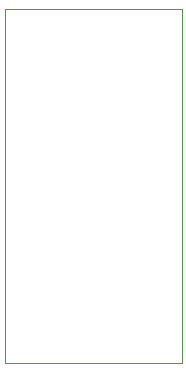
<source format=gbr>
G04*
G04 #@! TF.GenerationSoftware,Altium Limited,Altium Designer,23.11.1 (41)*
G04*
G04 Layer_Color=0*
%FSLAX44Y44*%
%MOMM*%
G71*
G04*
G04 #@! TF.SameCoordinates,D4B6ECC5-B607-4844-A390-64D59AB080A4*
G04*
G04*
G04 #@! TF.FilePolarity,Positive*
G04*
G01*
G75*
%ADD35C,0.0254*%
D35*
X0Y0D02*
Y300000D01*
X150000D01*
Y0D01*
X0D01*
M02*

</source>
